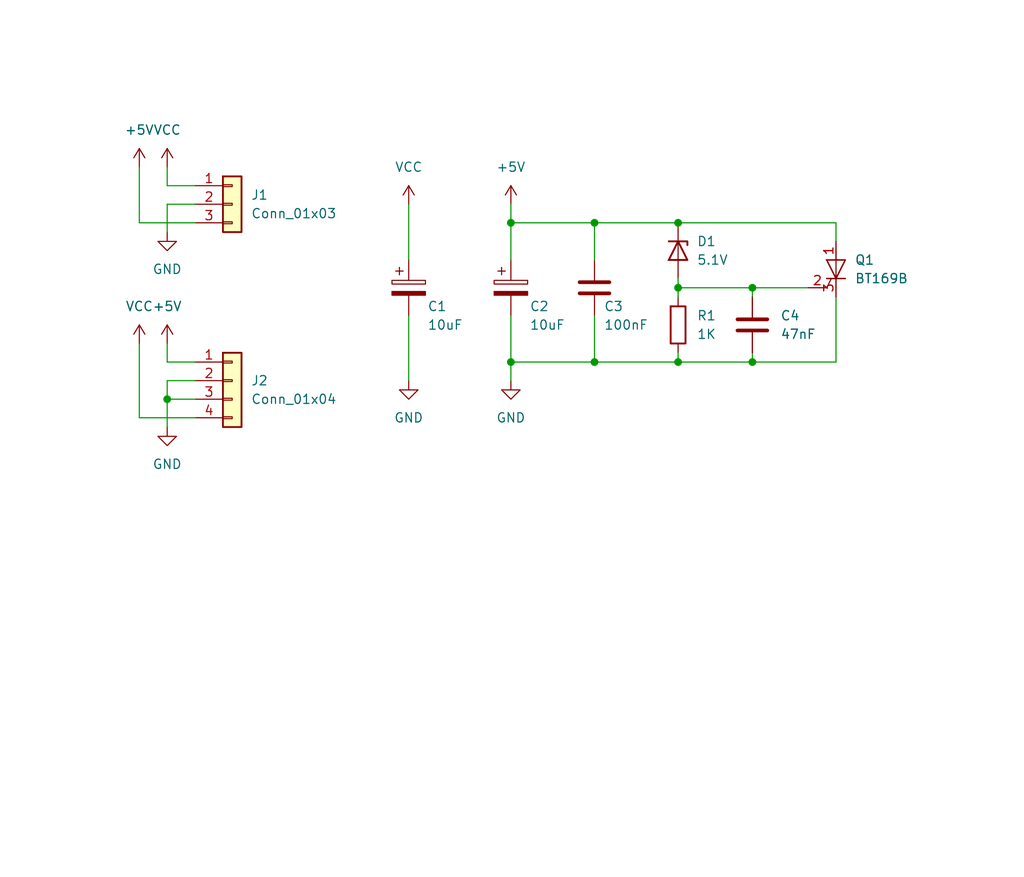
<source format=kicad_sch>
(kicad_sch (version 20211123) (generator eeschema)
  (paper "User" 140.005 119.99)
  (title_block (title "LittleJimmy") (date "2023-05-13") (rev "0.1") (company "Sebastian Mate"))
  (lib_symbols
    (symbol "Connector_Generic:Conn_01x03" (pin_names (offset 1.016) hide)
      (property "Reference" "J" (at 0 5.08 0))
      (property "Value" "Conn_01x03" (at 0 -5.08 0))
      (symbol "Conn_01x03_1_1"
        (rectangle (start -1.27 -2.413) (end 0 -2.667) (stroke (width 0.1524)))
        (rectangle (start -1.27 0.127) (end 0 -0.127) (stroke (width 0.1524)))
        (rectangle (start -1.27 2.667) (end 0 2.413) (stroke (width 0.1524)))
        (rectangle (start -1.27 3.81) (end 1.27 -3.81) (stroke (width 0.254)) (fill (type background)))
        (pin passive line (at -5.08 2.54 0) (length 3.81) (name "Pin_1") (number "1"))
        (pin passive line (at -5.08 0 0) (length 3.81) (name "Pin_2") (number "2"))
        (pin passive line (at -5.08 -2.54 0) (length 3.81) (name "Pin_3") (number "3"))
      )
    )
    (symbol "Connector_Generic:Conn_01x04" (pin_names (offset 1.016) hide)
      (property "Reference" "J" (at 0 5.08 0))
      (property "Value" "Conn_01x04" (at 0 -7.62 0))
      (symbol "Conn_01x04_1_1"
        (rectangle (start -1.27 -4.953) (end 0 -5.207) (stroke (width 0.1524)))
        (rectangle (start -1.27 -2.413) (end 0 -2.667) (stroke (width 0.1524)))
        (rectangle (start -1.27 0.127) (end 0 -0.127) (stroke (width 0.1524)))
        (rectangle (start -1.27 2.667) (end 0 2.413) (stroke (width 0.1524)))
        (rectangle (start -1.27 3.81) (end 1.27 -6.35) (stroke (width 0.254)) (fill (type background)))
        (pin passive line (at -5.08 2.54 0) (length 3.81) (name "Pin_1") (number "1"))
        (pin passive line (at -5.08 0 0) (length 3.81) (name "Pin_2") (number "2"))
        (pin passive line (at -5.08 -2.54 0) (length 3.81) (name "Pin_3") (number "3"))
        (pin passive line (at -5.08 -5.08 0) (length 3.81) (name "Pin_4") (number "4"))
      )
    )
    (symbol "Device:C" (pin_numbers hide) (pin_names (offset 0.254))
      (property "Reference" "C" (at 0.635 2.54 0))
      (property "Value" "C" (at 0.635 -2.54 0))
      (symbol "C_0_1"
        (polyline (pts (xy -2.032 -0.762) (xy 2.032 -0.762)) (stroke (width 0.508)))
        (polyline (pts (xy -2.032 0.762) (xy 2.032 0.762)) (stroke (width 0.508)))
      )
      (symbol "C_1_1"
        (pin passive line (at 0 3.81 270) (length 2.794) (name "~") (number "1"))
        (pin passive line (at 0 -3.81 90) (length 2.794) (name "~") (number "2"))
      )
    )
    (symbol "Device:C_Polarized" (pin_numbers hide) (pin_names (offset 0.254))
      (property "Reference" "C" (at 0.635 2.54 0))
      (property "Value" "C_Polarized" (at 0.635 -2.54 0))
      (symbol "C_Polarized_0_1"
        (rectangle (start -2.286 0.508) (end 2.286 1.016))
        (polyline (pts (xy -1.778 2.286) (xy -0.762 2.286)))
        (polyline (pts (xy -1.27 2.794) (xy -1.27 1.778)))
        (rectangle (start 2.286 -0.508) (end -2.286 -1.016) (fill (type outline)))
      )
      (symbol "C_Polarized_1_1"
        (pin passive line (at 0 3.81 270) (length 2.794) (name "~") (number "1"))
        (pin passive line (at 0 -3.81 90) (length 2.794) (name "~") (number "2"))
      )
    )
    (symbol "Device:D_Zener" (pin_numbers hide) (pin_names (offset 1.016) hide)
      (property "Reference" "D" (at 0 2.54 0))
      (property "Value" "D_Zener" (at 0 -2.54 0))
      (symbol "D_Zener_0_1"
        (polyline (pts (xy 1.27 0) (xy -1.27 0)))
        (polyline (pts (xy -1.27 -1.27) (xy -1.27 1.27) (xy -0.762 1.27)) (stroke (width 0.254)))
        (polyline (pts (xy 1.27 -1.27) (xy 1.27 1.27) (xy -1.27 0) (xy 1.27 -1.27)) (stroke (width 0.254)))
      )
      (symbol "D_Zener_1_1"
        (pin passive line (at -3.81 0 0) (length 2.54) (name "K") (number "1"))
        (pin passive line (at 3.81 0 180) (length 2.54) (name "A") (number "2"))
      )
    )
    (symbol "Device:R" (pin_numbers hide) (pin_names (offset 0))
      (property "Reference" "R" (at 2.032 0 90))
      (property "Value" "R" (at 0 0 90))
      (symbol "R_0_1"
        (rectangle (start -1.016 -2.54) (end 1.016 2.54) (stroke (width 0.254)))
      )
      (symbol "R_1_1"
        (pin passive line (at 0 3.81 270) (length 1.27) (name "~") (number "1"))
        (pin passive line (at 0 -3.81 90) (length 1.27) (name "~") (number "2"))
      )
    )
    (symbol "Triac_Thyristor:BT169B" (pin_names (offset 0) hide)
      (property "Reference" "Q" (at 2.54 1.905 0))
      (property "Value" "BT169B" (at 2.54 0 0))
      (symbol "BT169B_0_1"
        (polyline (pts (xy -1.27 -2.54) (xy -0.635 -1.27)))
        (polyline (pts (xy -1.27 -1.27) (xy 1.27 -1.27)) (stroke (width 0.2032)))
        (polyline (pts (xy 0 -2.54) (xy 0 2.54)))
        (polyline (pts (xy -1.27 1.27) (xy 1.27 1.27) (xy 0 -1.27) (xy -1.27 1.27)) (stroke (width 0.2032)))
      )
      (symbol "BT169B_1_1"
        (pin passive line (at 0 3.81 270) (length 2.54) (name "A") (number "1"))
        (pin input line (at -3.81 -2.54 0) (length 2.54) (name "G") (number "2"))
        (pin passive line (at 0 -3.81 90) (length 2.54) (name "K") (number "3"))
      )
    )
    (symbol "power:+5V" (power) (pin_names (offset 0))
      (property "Value" "+5V" (at 0 3.556 0))
      (symbol "+5V_0_1"
        (polyline (pts (xy -0.762 1.27) (xy 0 2.54)))
        (polyline (pts (xy 0 0) (xy 0 2.54)))
        (polyline (pts (xy 0 2.54) (xy 0.762 1.27)))
      )
      (symbol "+5V_1_1"
        (pin power_in line (at 0 0 90) (length 0) hide (name "+5V") (number "1"))
      )
    )
    (symbol "power:GND" (power) (pin_names (offset 0))
      (property "Value" "GND" (at 0 -3.81 0))
      (symbol "GND_0_1"
        (polyline (pts (xy 0 0) (xy 0 -1.27) (xy 1.27 -1.27) (xy 0 -2.54) (xy -1.27 -1.27) (xy 0 -1.27)))
      )
      (symbol "GND_1_1"
        (pin power_in line (at 0 0 270) (length 0) hide (name "GND") (number "1"))
      )
    )
    (symbol "power:VCC" (power) (pin_names (offset 0))
      (property "Value" "VCC" (at 0 3.81 0))
      (symbol "VCC_0_1"
        (polyline (pts (xy -0.762 1.27) (xy 0 2.54)))
        (polyline (pts (xy 0 0) (xy 0 2.54)))
        (polyline (pts (xy 0 2.54) (xy 0.762 1.27)))
      )
      (symbol "VCC_1_1"
        (pin power_in line (at 0 0 90) (length 0) hide (name "VCC") (number "1"))
      )
    )
  )
  (junction (at 69.85 49.53))
  (junction (at 81.28 49.53))
  (junction (at 102.87 39.37))
  (junction (at 92.71 39.37))
  (junction (at 92.71 30.48))
  (junction (at 81.28 30.48))
  (junction (at 22.86 54.61))
  (junction (at 92.71 49.53))
  (junction (at 102.87 49.53))
  (junction (at 69.85 30.48))
  (wire (pts (xy 22.86 54.61) (xy 22.86 58.42)))
  (wire (pts (xy 26.67 25.4) (xy 22.86 25.4)))
  (wire (pts (xy 69.85 43.18) (xy 69.85 49.53)))
  (wire (pts (xy 81.28 49.53) (xy 69.85 49.53)))
  (wire (pts (xy 92.71 48.26) (xy 92.71 49.53)))
  (wire (pts (xy 19.05 46.99) (xy 19.05 57.15)))
  (wire (pts (xy 22.86 49.53) (xy 26.67 49.53)))
  (wire (pts (xy 22.86 52.07) (xy 22.86 54.61)))
  (wire (pts (xy 19.05 30.48) (xy 19.05 22.86)))
  (wire (pts (xy 69.85 49.53) (xy 69.85 52.07)))
  (wire (pts (xy 92.71 30.48) (xy 81.28 30.48)))
  (wire (pts (xy 55.88 27.94) (xy 55.88 35.56)))
  (wire (pts (xy 92.71 49.53) (xy 102.87 49.53)))
  (wire (pts (xy 69.85 30.48) (xy 69.85 35.56)))
  (wire (pts (xy 92.71 39.37) (xy 92.71 40.64)))
  (wire (pts (xy 22.86 25.4) (xy 22.86 22.86)))
  (wire (pts (xy 102.87 49.53) (xy 114.3 49.53)))
  (wire (pts (xy 102.87 40.64) (xy 102.87 39.37)))
  (wire (pts (xy 22.86 54.61) (xy 26.67 54.61)))
  (wire (pts (xy 102.87 48.26) (xy 102.87 49.53)))
  (wire (pts (xy 22.86 27.94) (xy 22.86 31.75)))
  (wire (pts (xy 114.3 33.02) (xy 114.3 30.48)))
  (wire (pts (xy 102.87 39.37) (xy 110.49 39.37)))
  (wire (pts (xy 81.28 30.48) (xy 69.85 30.48)))
  (wire (pts (xy 114.3 30.48) (xy 92.71 30.48)))
  (wire (pts (xy 81.28 30.48) (xy 81.28 35.56)))
  (wire (pts (xy 26.67 27.94) (xy 22.86 27.94)))
  (wire (pts (xy 55.88 43.18) (xy 55.88 52.07)))
  (wire (pts (xy 81.28 49.53) (xy 92.71 49.53)))
  (wire (pts (xy 81.28 43.18) (xy 81.28 49.53)))
  (wire (pts (xy 22.86 46.99) (xy 22.86 49.53)))
  (wire (pts (xy 92.71 38.1) (xy 92.71 39.37)))
  (wire (pts (xy 26.67 57.15) (xy 19.05 57.15)))
  (wire (pts (xy 102.87 39.37) (xy 92.71 39.37)))
  (wire (pts (xy 26.67 30.48) (xy 19.05 30.48)))
  (wire (pts (xy 26.67 52.07) (xy 22.86 52.07)))
  (wire (pts (xy 69.85 27.94) (xy 69.85 30.48)))
  (wire (pts (xy 114.3 40.64) (xy 114.3 49.53)))
  (symbol (lib_id "power:VCC") (at 22.86 22.86 0) (unit 1)
    (property "Reference" "#PWR01" (effects hide))
    (property "Value" "VCC" (at 22.86 17.78 0))
  )
  (symbol (lib_id "Connector_Generic:Conn_01x04") (at 31.75 52.07 0) (unit 1)
    (property "Reference" "J2" (at 34.29 52.0699 0) (effects (justify left)))
    (property "Value" "Conn_01x04" (at 34.29 54.6099 0) (effects (justify left)))
    (property "Footprint" "Connector_PinHeader_2.54mm:PinHeader_1x04_P2.54mm_Vertical" (effects hide))
  )
  (symbol (lib_id "Connector_Generic:Conn_01x03") (at 31.75 27.94 0) (unit 1)
    (property "Reference" "J1" (at 34.29 26.6699 0) (effects (justify left)))
    (property "Value" "Conn_01x03" (at 34.29 29.2099 0) (effects (justify left)))
    (property "Footprint" "Connector_PinHeader_2.54mm:PinHeader_1x03_P2.54mm_Vertical" (effects hide))
  )
  (symbol (lib_id "power:GND") (at 55.88 52.07 0) (unit 1)
    (property "Reference" "#PWR08" (effects hide))
    (property "Value" "GND" (at 55.88 57.15 0))
  )
  (symbol (lib_id "Device:C_Polarized") (at 69.85 39.37 0) (unit 1)
    (property "Reference" "C2" (at 72.39 41.91 0) (effects (justify left)))
    (property "Value" "10uF" (at 72.39 44.45 0) (effects (justify left)))
    (property "Footprint" "Capacitor_THT:CP_Radial_D5.0mm_P2.50mm" (effects hide))
  )
  (symbol (lib_id "Device:R") (at 92.71 44.45 0) (unit 1)
    (property "Reference" "R1" (at 95.25 43.1799 0) (effects (justify left)))
    (property "Value" "1K" (at 95.25 45.7199 0) (effects (justify left)))
    (property "Footprint" "Resistor_THT:R_Axial_DIN0207_L6.3mm_D2.5mm_P10.16mm_Horizontal" (effects hide))
  )
  (symbol (lib_id "Device:C") (at 102.87 44.45 0) (unit 1)
    (property "Reference" "C4" (at 106.68 43.1799 0) (effects (justify left)))
    (property "Value" "47nF" (at 106.68 45.7199 0) (effects (justify left)))
    (property "Footprint" "Capacitor_THT:C_Rect_L7.0mm_W2.5mm_P5.00mm" (effects hide))
  )
  (symbol (lib_id "power:VCC") (at 19.05 46.99 0) (unit 1)
    (property "Reference" "#PWR02" (effects hide))
    (property "Value" "VCC" (at 19.05 41.91 0))
  )
  (symbol (lib_id "power:VCC") (at 55.88 27.94 0) (unit 1)
    (property "Reference" "#PWR07" (effects hide))
    (property "Value" "VCC" (at 55.88 22.86 0))
  )
  (symbol (lib_id "Triac_Thyristor:BT169B") (at 114.3 36.83 0) (unit 1)
    (property "Reference" "Q1" (at 116.84 35.5599 0) (effects (justify left)))
    (property "Value" "BT169B" (at 116.84 38.0999 0) (effects (justify left)))
    (property "Footprint" "Package_TO_SOT_THT:TO-92_Inline" (effects hide))
    (property "Datasheet" "https://media.digikey.com/pdf/Data%20Sheets/NXP%20PDFs/BT169_Series.pdf" (effects hide))
  )
  (symbol (lib_id "power:GND") (at 22.86 31.75 0) (unit 1)
    (property "Reference" "#PWR04" (effects hide))
    (property "Value" "GND" (at 22.86 36.83 0))
  )
  (symbol (lib_id "Device:D_Zener") (at 92.71 34.29 270) (unit 1)
    (property "Reference" "D1" (at 95.25 33.0199 90) (effects (justify left)))
    (property "Value" "5.1V" (at 95.25 35.5599 90) (effects (justify left)))
    (property "Footprint" "Diode_THT:D_DO-41_SOD81_P10.16mm_Horizontal" (effects hide))
  )
  (symbol (lib_id "power:+5V") (at 19.05 22.86 0) (unit 1)
    (property "Reference" "#PWR03" (effects hide))
    (property "Value" "+5V" (at 19.05 17.78 0))
  )
  (symbol (lib_id "Device:C") (at 81.28 39.37 0) (unit 1)
    (property "Reference" "C3" (at 82.55 41.91 0) (effects (justify left)))
    (property "Value" "100nF" (at 82.55 44.45 0) (effects (justify left)))
    (property "Footprint" "Capacitor_THT:C_Rect_L7.0mm_W2.5mm_P5.00mm" (effects hide))
  )
  (symbol (lib_id "power:GND") (at 22.86 58.42 0) (unit 1)
    (property "Reference" "#PWR06" (effects hide))
    (property "Value" "GND" (at 22.86 63.5 0))
  )
  (symbol (lib_id "power:GND") (at 69.85 52.07 0) (unit 1)
    (property "Reference" "#PWR010" (effects hide))
    (property "Value" "GND" (at 69.85 57.15 0))
  )
  (symbol (lib_id "power:+5V") (at 22.86 46.99 0) (unit 1)
    (property "Reference" "#PWR05" (effects hide))
    (property "Value" "+5V" (at 22.86 41.91 0))
  )
  (symbol (lib_id "Device:C_Polarized") (at 55.88 39.37 0) (unit 1)
    (property "Reference" "C1" (at 58.42 41.91 0) (effects (justify left)))
    (property "Value" "10uF" (at 58.42 44.45 0) (effects (justify left)))
    (property "Footprint" "Capacitor_THT:CP_Radial_D5.0mm_P2.50mm" (effects hide))
  )
  (symbol (lib_id "power:+5V") (at 69.85 27.94 0) (unit 1)
    (property "Reference" "#PWR09" (effects hide))
    (property "Value" "+5V" (at 69.85 22.86 0))
  )
)
</source>
